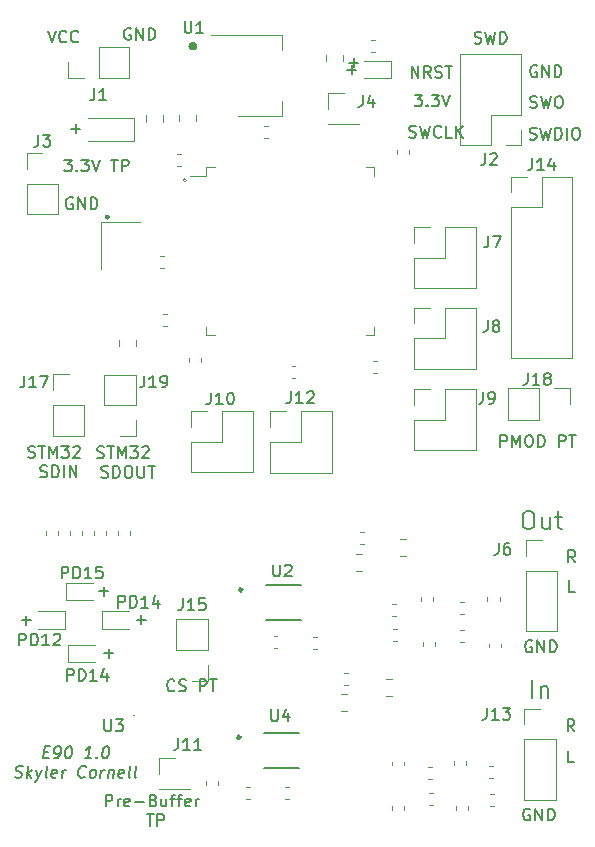
<source format=gbr>
%TF.GenerationSoftware,KiCad,Pcbnew,(5.1.5-0-10_14)*%
%TF.CreationDate,2021-01-02T15:40:46-05:00*%
%TF.ProjectId,E90,4539302e-6b69-4636-9164-5f7063625858,rev?*%
%TF.SameCoordinates,Original*%
%TF.FileFunction,Legend,Top*%
%TF.FilePolarity,Positive*%
%FSLAX46Y46*%
G04 Gerber Fmt 4.6, Leading zero omitted, Abs format (unit mm)*
G04 Created by KiCad (PCBNEW (5.1.5-0-10_14)) date 2021-01-02 15:40:46*
%MOMM*%
%LPD*%
G04 APERTURE LIST*
%ADD10C,0.150000*%
%ADD11C,0.120000*%
%ADD12C,0.800000*%
%ADD13C,0.400000*%
%ADD14C,0.200000*%
%ADD15C,0.300000*%
%ADD16C,0.127000*%
G04 APERTURE END LIST*
D10*
X79979047Y-54011428D02*
X80740952Y-54011428D01*
X80360000Y-54392380D02*
X80360000Y-53630476D01*
X54123395Y-112387571D02*
X54456729Y-112387571D01*
X54534110Y-112911380D02*
X54057919Y-112911380D01*
X54182919Y-111911380D01*
X54659110Y-111911380D01*
X55010300Y-112911380D02*
X55200776Y-112911380D01*
X55301967Y-112863761D01*
X55355538Y-112816142D01*
X55468633Y-112673285D01*
X55540062Y-112482809D01*
X55587681Y-112101857D01*
X55551967Y-112006619D01*
X55510300Y-111959000D01*
X55421014Y-111911380D01*
X55230538Y-111911380D01*
X55129348Y-111959000D01*
X55075776Y-112006619D01*
X55016252Y-112101857D01*
X54986491Y-112339952D01*
X55022205Y-112435190D01*
X55063872Y-112482809D01*
X55153157Y-112530428D01*
X55343633Y-112530428D01*
X55444824Y-112482809D01*
X55498395Y-112435190D01*
X55557919Y-112339952D01*
X56230538Y-111911380D02*
X56325776Y-111911380D01*
X56415062Y-111959000D01*
X56456729Y-112006619D01*
X56492443Y-112101857D01*
X56516252Y-112292333D01*
X56486491Y-112530428D01*
X56415062Y-112720904D01*
X56355538Y-112816142D01*
X56301967Y-112863761D01*
X56200776Y-112911380D01*
X56105538Y-112911380D01*
X56016252Y-112863761D01*
X55974586Y-112816142D01*
X55938872Y-112720904D01*
X55915062Y-112530428D01*
X55944824Y-112292333D01*
X56016252Y-112101857D01*
X56075776Y-112006619D01*
X56129348Y-111959000D01*
X56230538Y-111911380D01*
X58153157Y-112911380D02*
X57581729Y-112911380D01*
X57867443Y-112911380D02*
X57992443Y-111911380D01*
X57879348Y-112054238D01*
X57772205Y-112149476D01*
X57671014Y-112197095D01*
X58593633Y-112816142D02*
X58635300Y-112863761D01*
X58581729Y-112911380D01*
X58540062Y-112863761D01*
X58593633Y-112816142D01*
X58581729Y-112911380D01*
X59373395Y-111911380D02*
X59468633Y-111911380D01*
X59557919Y-111959000D01*
X59599586Y-112006619D01*
X59635300Y-112101857D01*
X59659110Y-112292333D01*
X59629348Y-112530428D01*
X59557919Y-112720904D01*
X59498395Y-112816142D01*
X59444824Y-112863761D01*
X59343633Y-112911380D01*
X59248395Y-112911380D01*
X59159110Y-112863761D01*
X59117443Y-112816142D01*
X59081729Y-112720904D01*
X59057919Y-112530428D01*
X59087681Y-112292333D01*
X59159110Y-112101857D01*
X59218633Y-112006619D01*
X59272205Y-111959000D01*
X59373395Y-111911380D01*
X51682919Y-114513761D02*
X51819824Y-114561380D01*
X52057919Y-114561380D01*
X52159110Y-114513761D01*
X52212681Y-114466142D01*
X52272205Y-114370904D01*
X52284110Y-114275666D01*
X52248395Y-114180428D01*
X52206729Y-114132809D01*
X52117443Y-114085190D01*
X51932919Y-114037571D01*
X51843633Y-113989952D01*
X51801967Y-113942333D01*
X51766252Y-113847095D01*
X51778157Y-113751857D01*
X51837681Y-113656619D01*
X51891252Y-113609000D01*
X51992443Y-113561380D01*
X52230538Y-113561380D01*
X52367443Y-113609000D01*
X52676967Y-114561380D02*
X52801967Y-113561380D01*
X52819824Y-114180428D02*
X53057919Y-114561380D01*
X53141252Y-113894714D02*
X52712681Y-114275666D01*
X53474586Y-113894714D02*
X53629348Y-114561380D01*
X53950776Y-113894714D02*
X53629348Y-114561380D01*
X53504348Y-114799476D01*
X53450776Y-114847095D01*
X53349586Y-114894714D01*
X54391252Y-114561380D02*
X54301967Y-114513761D01*
X54266252Y-114418523D01*
X54373395Y-113561380D01*
X55159110Y-114513761D02*
X55057919Y-114561380D01*
X54867443Y-114561380D01*
X54778157Y-114513761D01*
X54742443Y-114418523D01*
X54790062Y-114037571D01*
X54849586Y-113942333D01*
X54950776Y-113894714D01*
X55141252Y-113894714D01*
X55230538Y-113942333D01*
X55266252Y-114037571D01*
X55254348Y-114132809D01*
X54766252Y-114228047D01*
X55629348Y-114561380D02*
X55712681Y-113894714D01*
X55688872Y-114085190D02*
X55748395Y-113989952D01*
X55801967Y-113942333D01*
X55903157Y-113894714D01*
X55998395Y-113894714D01*
X57593633Y-114466142D02*
X57540062Y-114513761D01*
X57391252Y-114561380D01*
X57296014Y-114561380D01*
X57159110Y-114513761D01*
X57075776Y-114418523D01*
X57040062Y-114323285D01*
X57016252Y-114132809D01*
X57034110Y-113989952D01*
X57105538Y-113799476D01*
X57165062Y-113704238D01*
X57272205Y-113609000D01*
X57421014Y-113561380D01*
X57516252Y-113561380D01*
X57653157Y-113609000D01*
X57694824Y-113656619D01*
X58153157Y-114561380D02*
X58063872Y-114513761D01*
X58022205Y-114466142D01*
X57986491Y-114370904D01*
X58022205Y-114085190D01*
X58081729Y-113989952D01*
X58135300Y-113942333D01*
X58236491Y-113894714D01*
X58379348Y-113894714D01*
X58468633Y-113942333D01*
X58510300Y-113989952D01*
X58546014Y-114085190D01*
X58510300Y-114370904D01*
X58450776Y-114466142D01*
X58397205Y-114513761D01*
X58296014Y-114561380D01*
X58153157Y-114561380D01*
X58915062Y-114561380D02*
X58998395Y-113894714D01*
X58974586Y-114085190D02*
X59034110Y-113989952D01*
X59087681Y-113942333D01*
X59188872Y-113894714D01*
X59284110Y-113894714D01*
X59617443Y-113894714D02*
X59534110Y-114561380D01*
X59605538Y-113989952D02*
X59659110Y-113942333D01*
X59760300Y-113894714D01*
X59903157Y-113894714D01*
X59992443Y-113942333D01*
X60028157Y-114037571D01*
X59962681Y-114561380D01*
X60825776Y-114513761D02*
X60724586Y-114561380D01*
X60534110Y-114561380D01*
X60444824Y-114513761D01*
X60409110Y-114418523D01*
X60456729Y-114037571D01*
X60516252Y-113942333D01*
X60617443Y-113894714D01*
X60807919Y-113894714D01*
X60897205Y-113942333D01*
X60932919Y-114037571D01*
X60921014Y-114132809D01*
X60432919Y-114228047D01*
X61438872Y-114561380D02*
X61349586Y-114513761D01*
X61313872Y-114418523D01*
X61421014Y-113561380D01*
X61962681Y-114561380D02*
X61873395Y-114513761D01*
X61837681Y-114418523D01*
X61944824Y-113561380D01*
X59358095Y-116997380D02*
X59358095Y-115997380D01*
X59739047Y-115997380D01*
X59834285Y-116045000D01*
X59881904Y-116092619D01*
X59929523Y-116187857D01*
X59929523Y-116330714D01*
X59881904Y-116425952D01*
X59834285Y-116473571D01*
X59739047Y-116521190D01*
X59358095Y-116521190D01*
X60358095Y-116997380D02*
X60358095Y-116330714D01*
X60358095Y-116521190D02*
X60405714Y-116425952D01*
X60453333Y-116378333D01*
X60548571Y-116330714D01*
X60643809Y-116330714D01*
X61358095Y-116949761D02*
X61262857Y-116997380D01*
X61072380Y-116997380D01*
X60977142Y-116949761D01*
X60929523Y-116854523D01*
X60929523Y-116473571D01*
X60977142Y-116378333D01*
X61072380Y-116330714D01*
X61262857Y-116330714D01*
X61358095Y-116378333D01*
X61405714Y-116473571D01*
X61405714Y-116568809D01*
X60929523Y-116664047D01*
X61834285Y-116616428D02*
X62596190Y-116616428D01*
X63405714Y-116473571D02*
X63548571Y-116521190D01*
X63596190Y-116568809D01*
X63643809Y-116664047D01*
X63643809Y-116806904D01*
X63596190Y-116902142D01*
X63548571Y-116949761D01*
X63453333Y-116997380D01*
X63072380Y-116997380D01*
X63072380Y-115997380D01*
X63405714Y-115997380D01*
X63500952Y-116045000D01*
X63548571Y-116092619D01*
X63596190Y-116187857D01*
X63596190Y-116283095D01*
X63548571Y-116378333D01*
X63500952Y-116425952D01*
X63405714Y-116473571D01*
X63072380Y-116473571D01*
X64500952Y-116330714D02*
X64500952Y-116997380D01*
X64072380Y-116330714D02*
X64072380Y-116854523D01*
X64120000Y-116949761D01*
X64215238Y-116997380D01*
X64358095Y-116997380D01*
X64453333Y-116949761D01*
X64500952Y-116902142D01*
X64834285Y-116330714D02*
X65215238Y-116330714D01*
X64977142Y-116997380D02*
X64977142Y-116140238D01*
X65024761Y-116045000D01*
X65120000Y-115997380D01*
X65215238Y-115997380D01*
X65405714Y-116330714D02*
X65786666Y-116330714D01*
X65548571Y-116997380D02*
X65548571Y-116140238D01*
X65596190Y-116045000D01*
X65691428Y-115997380D01*
X65786666Y-115997380D01*
X66500952Y-116949761D02*
X66405714Y-116997380D01*
X66215238Y-116997380D01*
X66120000Y-116949761D01*
X66072380Y-116854523D01*
X66072380Y-116473571D01*
X66120000Y-116378333D01*
X66215238Y-116330714D01*
X66405714Y-116330714D01*
X66500952Y-116378333D01*
X66548571Y-116473571D01*
X66548571Y-116568809D01*
X66072380Y-116664047D01*
X66977142Y-116997380D02*
X66977142Y-116330714D01*
X66977142Y-116521190D02*
X67024761Y-116425952D01*
X67072380Y-116378333D01*
X67167619Y-116330714D01*
X67262857Y-116330714D01*
X62834285Y-117647380D02*
X63405714Y-117647380D01*
X63120000Y-118647380D02*
X63120000Y-117647380D01*
X63739047Y-118647380D02*
X63739047Y-117647380D01*
X64120000Y-117647380D01*
X64215238Y-117695000D01*
X64262857Y-117742619D01*
X64310476Y-117837857D01*
X64310476Y-117980714D01*
X64262857Y-118075952D01*
X64215238Y-118123571D01*
X64120000Y-118171190D01*
X63739047Y-118171190D01*
X58642571Y-87459761D02*
X58785428Y-87507380D01*
X59023523Y-87507380D01*
X59118761Y-87459761D01*
X59166380Y-87412142D01*
X59214000Y-87316904D01*
X59214000Y-87221666D01*
X59166380Y-87126428D01*
X59118761Y-87078809D01*
X59023523Y-87031190D01*
X58833047Y-86983571D01*
X58737809Y-86935952D01*
X58690190Y-86888333D01*
X58642571Y-86793095D01*
X58642571Y-86697857D01*
X58690190Y-86602619D01*
X58737809Y-86555000D01*
X58833047Y-86507380D01*
X59071142Y-86507380D01*
X59214000Y-86555000D01*
X59499714Y-86507380D02*
X60071142Y-86507380D01*
X59785428Y-87507380D02*
X59785428Y-86507380D01*
X60404476Y-87507380D02*
X60404476Y-86507380D01*
X60737809Y-87221666D01*
X61071142Y-86507380D01*
X61071142Y-87507380D01*
X61452095Y-86507380D02*
X62071142Y-86507380D01*
X61737809Y-86888333D01*
X61880666Y-86888333D01*
X61975904Y-86935952D01*
X62023523Y-86983571D01*
X62071142Y-87078809D01*
X62071142Y-87316904D01*
X62023523Y-87412142D01*
X61975904Y-87459761D01*
X61880666Y-87507380D01*
X61594952Y-87507380D01*
X61499714Y-87459761D01*
X61452095Y-87412142D01*
X62452095Y-86602619D02*
X62499714Y-86555000D01*
X62594952Y-86507380D01*
X62833047Y-86507380D01*
X62928285Y-86555000D01*
X62975904Y-86602619D01*
X63023523Y-86697857D01*
X63023523Y-86793095D01*
X62975904Y-86935952D01*
X62404476Y-87507380D01*
X63023523Y-87507380D01*
X58999714Y-89109761D02*
X59142571Y-89157380D01*
X59380666Y-89157380D01*
X59475904Y-89109761D01*
X59523523Y-89062142D01*
X59571142Y-88966904D01*
X59571142Y-88871666D01*
X59523523Y-88776428D01*
X59475904Y-88728809D01*
X59380666Y-88681190D01*
X59190190Y-88633571D01*
X59094952Y-88585952D01*
X59047333Y-88538333D01*
X58999714Y-88443095D01*
X58999714Y-88347857D01*
X59047333Y-88252619D01*
X59094952Y-88205000D01*
X59190190Y-88157380D01*
X59428285Y-88157380D01*
X59571142Y-88205000D01*
X59999714Y-89157380D02*
X59999714Y-88157380D01*
X60237809Y-88157380D01*
X60380666Y-88205000D01*
X60475904Y-88300238D01*
X60523523Y-88395476D01*
X60571142Y-88585952D01*
X60571142Y-88728809D01*
X60523523Y-88919285D01*
X60475904Y-89014523D01*
X60380666Y-89109761D01*
X60237809Y-89157380D01*
X59999714Y-89157380D01*
X61190190Y-88157380D02*
X61380666Y-88157380D01*
X61475904Y-88205000D01*
X61571142Y-88300238D01*
X61618761Y-88490714D01*
X61618761Y-88824047D01*
X61571142Y-89014523D01*
X61475904Y-89109761D01*
X61380666Y-89157380D01*
X61190190Y-89157380D01*
X61094952Y-89109761D01*
X60999714Y-89014523D01*
X60952095Y-88824047D01*
X60952095Y-88490714D01*
X60999714Y-88300238D01*
X61094952Y-88205000D01*
X61190190Y-88157380D01*
X62047333Y-88157380D02*
X62047333Y-88966904D01*
X62094952Y-89062142D01*
X62142571Y-89109761D01*
X62237809Y-89157380D01*
X62428285Y-89157380D01*
X62523523Y-89109761D01*
X62571142Y-89062142D01*
X62618761Y-88966904D01*
X62618761Y-88157380D01*
X62952095Y-88157380D02*
X63523523Y-88157380D01*
X63237809Y-89157380D02*
X63237809Y-88157380D01*
X52800571Y-87429761D02*
X52943428Y-87477380D01*
X53181523Y-87477380D01*
X53276761Y-87429761D01*
X53324380Y-87382142D01*
X53372000Y-87286904D01*
X53372000Y-87191666D01*
X53324380Y-87096428D01*
X53276761Y-87048809D01*
X53181523Y-87001190D01*
X52991047Y-86953571D01*
X52895809Y-86905952D01*
X52848190Y-86858333D01*
X52800571Y-86763095D01*
X52800571Y-86667857D01*
X52848190Y-86572619D01*
X52895809Y-86525000D01*
X52991047Y-86477380D01*
X53229142Y-86477380D01*
X53372000Y-86525000D01*
X53657714Y-86477380D02*
X54229142Y-86477380D01*
X53943428Y-87477380D02*
X53943428Y-86477380D01*
X54562476Y-87477380D02*
X54562476Y-86477380D01*
X54895809Y-87191666D01*
X55229142Y-86477380D01*
X55229142Y-87477380D01*
X55610095Y-86477380D02*
X56229142Y-86477380D01*
X55895809Y-86858333D01*
X56038666Y-86858333D01*
X56133904Y-86905952D01*
X56181523Y-86953571D01*
X56229142Y-87048809D01*
X56229142Y-87286904D01*
X56181523Y-87382142D01*
X56133904Y-87429761D01*
X56038666Y-87477380D01*
X55752952Y-87477380D01*
X55657714Y-87429761D01*
X55610095Y-87382142D01*
X56610095Y-86572619D02*
X56657714Y-86525000D01*
X56752952Y-86477380D01*
X56991047Y-86477380D01*
X57086285Y-86525000D01*
X57133904Y-86572619D01*
X57181523Y-86667857D01*
X57181523Y-86763095D01*
X57133904Y-86905952D01*
X56562476Y-87477380D01*
X57181523Y-87477380D01*
X53824380Y-89079761D02*
X53967238Y-89127380D01*
X54205333Y-89127380D01*
X54300571Y-89079761D01*
X54348190Y-89032142D01*
X54395809Y-88936904D01*
X54395809Y-88841666D01*
X54348190Y-88746428D01*
X54300571Y-88698809D01*
X54205333Y-88651190D01*
X54014857Y-88603571D01*
X53919619Y-88555952D01*
X53872000Y-88508333D01*
X53824380Y-88413095D01*
X53824380Y-88317857D01*
X53872000Y-88222619D01*
X53919619Y-88175000D01*
X54014857Y-88127380D01*
X54252952Y-88127380D01*
X54395809Y-88175000D01*
X54824380Y-89127380D02*
X54824380Y-88127380D01*
X55062476Y-88127380D01*
X55205333Y-88175000D01*
X55300571Y-88270238D01*
X55348190Y-88365476D01*
X55395809Y-88555952D01*
X55395809Y-88698809D01*
X55348190Y-88889285D01*
X55300571Y-88984523D01*
X55205333Y-89079761D01*
X55062476Y-89127380D01*
X54824380Y-89127380D01*
X55824380Y-89127380D02*
X55824380Y-88127380D01*
X56300571Y-89127380D02*
X56300571Y-88127380D01*
X56872000Y-89127380D01*
X56872000Y-88127380D01*
X56075714Y-106352380D02*
X56075714Y-105352380D01*
X56456666Y-105352380D01*
X56551904Y-105400000D01*
X56599523Y-105447619D01*
X56647142Y-105542857D01*
X56647142Y-105685714D01*
X56599523Y-105780952D01*
X56551904Y-105828571D01*
X56456666Y-105876190D01*
X56075714Y-105876190D01*
X57075714Y-106352380D02*
X57075714Y-105352380D01*
X57313809Y-105352380D01*
X57456666Y-105400000D01*
X57551904Y-105495238D01*
X57599523Y-105590476D01*
X57647142Y-105780952D01*
X57647142Y-105923809D01*
X57599523Y-106114285D01*
X57551904Y-106209523D01*
X57456666Y-106304761D01*
X57313809Y-106352380D01*
X57075714Y-106352380D01*
X58599523Y-106352380D02*
X58028095Y-106352380D01*
X58313809Y-106352380D02*
X58313809Y-105352380D01*
X58218571Y-105495238D01*
X58123333Y-105590476D01*
X58028095Y-105638095D01*
X59456666Y-105685714D02*
X59456666Y-106352380D01*
X59218571Y-105304761D02*
X58980476Y-106019047D01*
X59599523Y-106019047D01*
X60425714Y-100162380D02*
X60425714Y-99162380D01*
X60806666Y-99162380D01*
X60901904Y-99210000D01*
X60949523Y-99257619D01*
X60997142Y-99352857D01*
X60997142Y-99495714D01*
X60949523Y-99590952D01*
X60901904Y-99638571D01*
X60806666Y-99686190D01*
X60425714Y-99686190D01*
X61425714Y-100162380D02*
X61425714Y-99162380D01*
X61663809Y-99162380D01*
X61806666Y-99210000D01*
X61901904Y-99305238D01*
X61949523Y-99400476D01*
X61997142Y-99590952D01*
X61997142Y-99733809D01*
X61949523Y-99924285D01*
X61901904Y-100019523D01*
X61806666Y-100114761D01*
X61663809Y-100162380D01*
X61425714Y-100162380D01*
X62949523Y-100162380D02*
X62378095Y-100162380D01*
X62663809Y-100162380D02*
X62663809Y-99162380D01*
X62568571Y-99305238D01*
X62473333Y-99400476D01*
X62378095Y-99448095D01*
X63806666Y-99495714D02*
X63806666Y-100162380D01*
X63568571Y-99114761D02*
X63330476Y-99829047D01*
X63949523Y-99829047D01*
X52269047Y-101231428D02*
X53030952Y-101231428D01*
X52650000Y-101612380D02*
X52650000Y-100850476D01*
X59229047Y-104031428D02*
X59990952Y-104031428D01*
X59610000Y-104412380D02*
X59610000Y-103650476D01*
X61979047Y-101181428D02*
X62740952Y-101181428D01*
X62360000Y-101562380D02*
X62360000Y-100800476D01*
X58829047Y-98791428D02*
X59590952Y-98791428D01*
X59210000Y-99172380D02*
X59210000Y-98410476D01*
X79789047Y-54631428D02*
X80550952Y-54631428D01*
X80170000Y-55012380D02*
X80170000Y-54250476D01*
X56429047Y-59631428D02*
X57190952Y-59631428D01*
X56810000Y-60012380D02*
X56810000Y-59250476D01*
D11*
X66208661Y-63970000D02*
G75*
G03X66208661Y-63970000I-148661J0D01*
G01*
D12*
X66732000Y-52630000D02*
G75*
G03X66732000Y-52630000I-2000J0D01*
G01*
D13*
X59492000Y-67100000D02*
G75*
G03X59492000Y-67100000I-2000J0D01*
G01*
D10*
X55625714Y-97682380D02*
X55625714Y-96682380D01*
X56006666Y-96682380D01*
X56101904Y-96730000D01*
X56149523Y-96777619D01*
X56197142Y-96872857D01*
X56197142Y-97015714D01*
X56149523Y-97110952D01*
X56101904Y-97158571D01*
X56006666Y-97206190D01*
X55625714Y-97206190D01*
X56625714Y-97682380D02*
X56625714Y-96682380D01*
X56863809Y-96682380D01*
X57006666Y-96730000D01*
X57101904Y-96825238D01*
X57149523Y-96920476D01*
X57197142Y-97110952D01*
X57197142Y-97253809D01*
X57149523Y-97444285D01*
X57101904Y-97539523D01*
X57006666Y-97634761D01*
X56863809Y-97682380D01*
X56625714Y-97682380D01*
X58149523Y-97682380D02*
X57578095Y-97682380D01*
X57863809Y-97682380D02*
X57863809Y-96682380D01*
X57768571Y-96825238D01*
X57673333Y-96920476D01*
X57578095Y-96968095D01*
X59054285Y-96682380D02*
X58578095Y-96682380D01*
X58530476Y-97158571D01*
X58578095Y-97110952D01*
X58673333Y-97063333D01*
X58911428Y-97063333D01*
X59006666Y-97110952D01*
X59054285Y-97158571D01*
X59101904Y-97253809D01*
X59101904Y-97491904D01*
X59054285Y-97587142D01*
X59006666Y-97634761D01*
X58911428Y-97682380D01*
X58673333Y-97682380D01*
X58578095Y-97634761D01*
X58530476Y-97587142D01*
X52035714Y-103362380D02*
X52035714Y-102362380D01*
X52416666Y-102362380D01*
X52511904Y-102410000D01*
X52559523Y-102457619D01*
X52607142Y-102552857D01*
X52607142Y-102695714D01*
X52559523Y-102790952D01*
X52511904Y-102838571D01*
X52416666Y-102886190D01*
X52035714Y-102886190D01*
X53035714Y-103362380D02*
X53035714Y-102362380D01*
X53273809Y-102362380D01*
X53416666Y-102410000D01*
X53511904Y-102505238D01*
X53559523Y-102600476D01*
X53607142Y-102790952D01*
X53607142Y-102933809D01*
X53559523Y-103124285D01*
X53511904Y-103219523D01*
X53416666Y-103314761D01*
X53273809Y-103362380D01*
X53035714Y-103362380D01*
X54559523Y-103362380D02*
X53988095Y-103362380D01*
X54273809Y-103362380D02*
X54273809Y-102362380D01*
X54178571Y-102505238D01*
X54083333Y-102600476D01*
X53988095Y-102648095D01*
X54940476Y-102457619D02*
X54988095Y-102410000D01*
X55083333Y-102362380D01*
X55321428Y-102362380D01*
X55416666Y-102410000D01*
X55464285Y-102457619D01*
X55511904Y-102552857D01*
X55511904Y-102648095D01*
X55464285Y-102790952D01*
X54892857Y-103362380D01*
X55511904Y-103362380D01*
X95438095Y-102990000D02*
X95342857Y-102942380D01*
X95200000Y-102942380D01*
X95057142Y-102990000D01*
X94961904Y-103085238D01*
X94914285Y-103180476D01*
X94866666Y-103370952D01*
X94866666Y-103513809D01*
X94914285Y-103704285D01*
X94961904Y-103799523D01*
X95057142Y-103894761D01*
X95200000Y-103942380D01*
X95295238Y-103942380D01*
X95438095Y-103894761D01*
X95485714Y-103847142D01*
X95485714Y-103513809D01*
X95295238Y-103513809D01*
X95914285Y-103942380D02*
X95914285Y-102942380D01*
X96485714Y-103942380D01*
X96485714Y-102942380D01*
X96961904Y-103942380D02*
X96961904Y-102942380D01*
X97200000Y-102942380D01*
X97342857Y-102990000D01*
X97438095Y-103085238D01*
X97485714Y-103180476D01*
X97533333Y-103370952D01*
X97533333Y-103513809D01*
X97485714Y-103704285D01*
X97438095Y-103799523D01*
X97342857Y-103894761D01*
X97200000Y-103942380D01*
X96961904Y-103942380D01*
X95268095Y-117230000D02*
X95172857Y-117182380D01*
X95030000Y-117182380D01*
X94887142Y-117230000D01*
X94791904Y-117325238D01*
X94744285Y-117420476D01*
X94696666Y-117610952D01*
X94696666Y-117753809D01*
X94744285Y-117944285D01*
X94791904Y-118039523D01*
X94887142Y-118134761D01*
X95030000Y-118182380D01*
X95125238Y-118182380D01*
X95268095Y-118134761D01*
X95315714Y-118087142D01*
X95315714Y-117753809D01*
X95125238Y-117753809D01*
X95744285Y-118182380D02*
X95744285Y-117182380D01*
X96315714Y-118182380D01*
X96315714Y-117182380D01*
X96791904Y-118182380D02*
X96791904Y-117182380D01*
X97030000Y-117182380D01*
X97172857Y-117230000D01*
X97268095Y-117325238D01*
X97315714Y-117420476D01*
X97363333Y-117610952D01*
X97363333Y-117753809D01*
X97315714Y-117944285D01*
X97268095Y-118039523D01*
X97172857Y-118134761D01*
X97030000Y-118182380D01*
X96791904Y-118182380D01*
X56558095Y-65480000D02*
X56462857Y-65432380D01*
X56320000Y-65432380D01*
X56177142Y-65480000D01*
X56081904Y-65575238D01*
X56034285Y-65670476D01*
X55986666Y-65860952D01*
X55986666Y-66003809D01*
X56034285Y-66194285D01*
X56081904Y-66289523D01*
X56177142Y-66384761D01*
X56320000Y-66432380D01*
X56415238Y-66432380D01*
X56558095Y-66384761D01*
X56605714Y-66337142D01*
X56605714Y-66003809D01*
X56415238Y-66003809D01*
X57034285Y-66432380D02*
X57034285Y-65432380D01*
X57605714Y-66432380D01*
X57605714Y-65432380D01*
X58081904Y-66432380D02*
X58081904Y-65432380D01*
X58320000Y-65432380D01*
X58462857Y-65480000D01*
X58558095Y-65575238D01*
X58605714Y-65670476D01*
X58653333Y-65860952D01*
X58653333Y-66003809D01*
X58605714Y-66194285D01*
X58558095Y-66289523D01*
X58462857Y-66384761D01*
X58320000Y-66432380D01*
X58081904Y-66432380D01*
X55861904Y-62222380D02*
X56480952Y-62222380D01*
X56147619Y-62603333D01*
X56290476Y-62603333D01*
X56385714Y-62650952D01*
X56433333Y-62698571D01*
X56480952Y-62793809D01*
X56480952Y-63031904D01*
X56433333Y-63127142D01*
X56385714Y-63174761D01*
X56290476Y-63222380D01*
X56004761Y-63222380D01*
X55909523Y-63174761D01*
X55861904Y-63127142D01*
X56909523Y-63127142D02*
X56957142Y-63174761D01*
X56909523Y-63222380D01*
X56861904Y-63174761D01*
X56909523Y-63127142D01*
X56909523Y-63222380D01*
X57290476Y-62222380D02*
X57909523Y-62222380D01*
X57576190Y-62603333D01*
X57719047Y-62603333D01*
X57814285Y-62650952D01*
X57861904Y-62698571D01*
X57909523Y-62793809D01*
X57909523Y-63031904D01*
X57861904Y-63127142D01*
X57814285Y-63174761D01*
X57719047Y-63222380D01*
X57433333Y-63222380D01*
X57338095Y-63174761D01*
X57290476Y-63127142D01*
X58195238Y-62222380D02*
X58528571Y-63222380D01*
X58861904Y-62222380D01*
X59814285Y-62222380D02*
X60385714Y-62222380D01*
X60100000Y-63222380D02*
X60100000Y-62222380D01*
X60719047Y-63222380D02*
X60719047Y-62222380D01*
X61100000Y-62222380D01*
X61195238Y-62270000D01*
X61242857Y-62317619D01*
X61290476Y-62412857D01*
X61290476Y-62555714D01*
X61242857Y-62650952D01*
X61195238Y-62698571D01*
X61100000Y-62746190D01*
X60719047Y-62746190D01*
X61468095Y-51140000D02*
X61372857Y-51092380D01*
X61230000Y-51092380D01*
X61087142Y-51140000D01*
X60991904Y-51235238D01*
X60944285Y-51330476D01*
X60896666Y-51520952D01*
X60896666Y-51663809D01*
X60944285Y-51854285D01*
X60991904Y-51949523D01*
X61087142Y-52044761D01*
X61230000Y-52092380D01*
X61325238Y-52092380D01*
X61468095Y-52044761D01*
X61515714Y-51997142D01*
X61515714Y-51663809D01*
X61325238Y-51663809D01*
X61944285Y-52092380D02*
X61944285Y-51092380D01*
X62515714Y-52092380D01*
X62515714Y-51092380D01*
X62991904Y-52092380D02*
X62991904Y-51092380D01*
X63230000Y-51092380D01*
X63372857Y-51140000D01*
X63468095Y-51235238D01*
X63515714Y-51330476D01*
X63563333Y-51520952D01*
X63563333Y-51663809D01*
X63515714Y-51854285D01*
X63468095Y-51949523D01*
X63372857Y-52044761D01*
X63230000Y-52092380D01*
X62991904Y-52092380D01*
X54456666Y-51302380D02*
X54790000Y-52302380D01*
X55123333Y-51302380D01*
X56028095Y-52207142D02*
X55980476Y-52254761D01*
X55837619Y-52302380D01*
X55742380Y-52302380D01*
X55599523Y-52254761D01*
X55504285Y-52159523D01*
X55456666Y-52064285D01*
X55409047Y-51873809D01*
X55409047Y-51730952D01*
X55456666Y-51540476D01*
X55504285Y-51445238D01*
X55599523Y-51350000D01*
X55742380Y-51302380D01*
X55837619Y-51302380D01*
X55980476Y-51350000D01*
X56028095Y-51397619D01*
X57028095Y-52207142D02*
X56980476Y-52254761D01*
X56837619Y-52302380D01*
X56742380Y-52302380D01*
X56599523Y-52254761D01*
X56504285Y-52159523D01*
X56456666Y-52064285D01*
X56409047Y-51873809D01*
X56409047Y-51730952D01*
X56456666Y-51540476D01*
X56504285Y-51445238D01*
X56599523Y-51350000D01*
X56742380Y-51302380D01*
X56837619Y-51302380D01*
X56980476Y-51350000D01*
X57028095Y-51397619D01*
X98979523Y-113272380D02*
X98503333Y-113272380D01*
X98503333Y-112272380D01*
X99029523Y-110622380D02*
X98696190Y-110146190D01*
X98458095Y-110622380D02*
X98458095Y-109622380D01*
X98839047Y-109622380D01*
X98934285Y-109670000D01*
X98981904Y-109717619D01*
X99029523Y-109812857D01*
X99029523Y-109955714D01*
X98981904Y-110050952D01*
X98934285Y-110098571D01*
X98839047Y-110146190D01*
X98458095Y-110146190D01*
X99099523Y-98862380D02*
X98623333Y-98862380D01*
X98623333Y-97862380D01*
X99099523Y-96322380D02*
X98766190Y-95846190D01*
X98528095Y-96322380D02*
X98528095Y-95322380D01*
X98909047Y-95322380D01*
X99004285Y-95370000D01*
X99051904Y-95417619D01*
X99099523Y-95512857D01*
X99099523Y-95655714D01*
X99051904Y-95750952D01*
X99004285Y-95798571D01*
X98909047Y-95846190D01*
X98528095Y-95846190D01*
D14*
X95471428Y-107798571D02*
X95471428Y-106298571D01*
X96185714Y-106798571D02*
X96185714Y-107798571D01*
X96185714Y-106941428D02*
X96257142Y-106870000D01*
X96400000Y-106798571D01*
X96614285Y-106798571D01*
X96757142Y-106870000D01*
X96828571Y-107012857D01*
X96828571Y-107798571D01*
X95010000Y-92018571D02*
X95295714Y-92018571D01*
X95438571Y-92090000D01*
X95581428Y-92232857D01*
X95652857Y-92518571D01*
X95652857Y-93018571D01*
X95581428Y-93304285D01*
X95438571Y-93447142D01*
X95295714Y-93518571D01*
X95010000Y-93518571D01*
X94867142Y-93447142D01*
X94724285Y-93304285D01*
X94652857Y-93018571D01*
X94652857Y-92518571D01*
X94724285Y-92232857D01*
X94867142Y-92090000D01*
X95010000Y-92018571D01*
X96938571Y-92518571D02*
X96938571Y-93518571D01*
X96295714Y-92518571D02*
X96295714Y-93304285D01*
X96367142Y-93447142D01*
X96510000Y-93518571D01*
X96724285Y-93518571D01*
X96867142Y-93447142D01*
X96938571Y-93375714D01*
X97438571Y-92518571D02*
X98010000Y-92518571D01*
X97652857Y-92018571D02*
X97652857Y-93304285D01*
X97724285Y-93447142D01*
X97867142Y-93518571D01*
X98010000Y-93518571D01*
D10*
X65181428Y-107147142D02*
X65133809Y-107194761D01*
X64990952Y-107242380D01*
X64895714Y-107242380D01*
X64752857Y-107194761D01*
X64657619Y-107099523D01*
X64610000Y-107004285D01*
X64562380Y-106813809D01*
X64562380Y-106670952D01*
X64610000Y-106480476D01*
X64657619Y-106385238D01*
X64752857Y-106290000D01*
X64895714Y-106242380D01*
X64990952Y-106242380D01*
X65133809Y-106290000D01*
X65181428Y-106337619D01*
X65562380Y-107194761D02*
X65705238Y-107242380D01*
X65943333Y-107242380D01*
X66038571Y-107194761D01*
X66086190Y-107147142D01*
X66133809Y-107051904D01*
X66133809Y-106956666D01*
X66086190Y-106861428D01*
X66038571Y-106813809D01*
X65943333Y-106766190D01*
X65752857Y-106718571D01*
X65657619Y-106670952D01*
X65610000Y-106623333D01*
X65562380Y-106528095D01*
X65562380Y-106432857D01*
X65610000Y-106337619D01*
X65657619Y-106290000D01*
X65752857Y-106242380D01*
X65990952Y-106242380D01*
X66133809Y-106290000D01*
X67324285Y-107242380D02*
X67324285Y-106242380D01*
X67705238Y-106242380D01*
X67800476Y-106290000D01*
X67848095Y-106337619D01*
X67895714Y-106432857D01*
X67895714Y-106575714D01*
X67848095Y-106670952D01*
X67800476Y-106718571D01*
X67705238Y-106766190D01*
X67324285Y-106766190D01*
X68181428Y-106242380D02*
X68752857Y-106242380D01*
X68467142Y-107242380D02*
X68467142Y-106242380D01*
X92770952Y-86562380D02*
X92770952Y-85562380D01*
X93151904Y-85562380D01*
X93247142Y-85610000D01*
X93294761Y-85657619D01*
X93342380Y-85752857D01*
X93342380Y-85895714D01*
X93294761Y-85990952D01*
X93247142Y-86038571D01*
X93151904Y-86086190D01*
X92770952Y-86086190D01*
X93770952Y-86562380D02*
X93770952Y-85562380D01*
X94104285Y-86276666D01*
X94437619Y-85562380D01*
X94437619Y-86562380D01*
X95104285Y-85562380D02*
X95294761Y-85562380D01*
X95390000Y-85610000D01*
X95485238Y-85705238D01*
X95532857Y-85895714D01*
X95532857Y-86229047D01*
X95485238Y-86419523D01*
X95390000Y-86514761D01*
X95294761Y-86562380D01*
X95104285Y-86562380D01*
X95009047Y-86514761D01*
X94913809Y-86419523D01*
X94866190Y-86229047D01*
X94866190Y-85895714D01*
X94913809Y-85705238D01*
X95009047Y-85610000D01*
X95104285Y-85562380D01*
X95961428Y-86562380D02*
X95961428Y-85562380D01*
X96199523Y-85562380D01*
X96342380Y-85610000D01*
X96437619Y-85705238D01*
X96485238Y-85800476D01*
X96532857Y-85990952D01*
X96532857Y-86133809D01*
X96485238Y-86324285D01*
X96437619Y-86419523D01*
X96342380Y-86514761D01*
X96199523Y-86562380D01*
X95961428Y-86562380D01*
X97723333Y-86562380D02*
X97723333Y-85562380D01*
X98104285Y-85562380D01*
X98199523Y-85610000D01*
X98247142Y-85657619D01*
X98294761Y-85752857D01*
X98294761Y-85895714D01*
X98247142Y-85990952D01*
X98199523Y-86038571D01*
X98104285Y-86086190D01*
X97723333Y-86086190D01*
X98580476Y-85562380D02*
X99151904Y-85562380D01*
X98866190Y-86562380D02*
X98866190Y-85562380D01*
X90582857Y-52354761D02*
X90725714Y-52402380D01*
X90963809Y-52402380D01*
X91059047Y-52354761D01*
X91106666Y-52307142D01*
X91154285Y-52211904D01*
X91154285Y-52116666D01*
X91106666Y-52021428D01*
X91059047Y-51973809D01*
X90963809Y-51926190D01*
X90773333Y-51878571D01*
X90678095Y-51830952D01*
X90630476Y-51783333D01*
X90582857Y-51688095D01*
X90582857Y-51592857D01*
X90630476Y-51497619D01*
X90678095Y-51450000D01*
X90773333Y-51402380D01*
X91011428Y-51402380D01*
X91154285Y-51450000D01*
X91487619Y-51402380D02*
X91725714Y-52402380D01*
X91916190Y-51688095D01*
X92106666Y-52402380D01*
X92344761Y-51402380D01*
X92725714Y-52402380D02*
X92725714Y-51402380D01*
X92963809Y-51402380D01*
X93106666Y-51450000D01*
X93201904Y-51545238D01*
X93249523Y-51640476D01*
X93297142Y-51830952D01*
X93297142Y-51973809D01*
X93249523Y-52164285D01*
X93201904Y-52259523D01*
X93106666Y-52354761D01*
X92963809Y-52402380D01*
X92725714Y-52402380D01*
X85048095Y-60314761D02*
X85190952Y-60362380D01*
X85429047Y-60362380D01*
X85524285Y-60314761D01*
X85571904Y-60267142D01*
X85619523Y-60171904D01*
X85619523Y-60076666D01*
X85571904Y-59981428D01*
X85524285Y-59933809D01*
X85429047Y-59886190D01*
X85238571Y-59838571D01*
X85143333Y-59790952D01*
X85095714Y-59743333D01*
X85048095Y-59648095D01*
X85048095Y-59552857D01*
X85095714Y-59457619D01*
X85143333Y-59410000D01*
X85238571Y-59362380D01*
X85476666Y-59362380D01*
X85619523Y-59410000D01*
X85952857Y-59362380D02*
X86190952Y-60362380D01*
X86381428Y-59648095D01*
X86571904Y-60362380D01*
X86810000Y-59362380D01*
X87762380Y-60267142D02*
X87714761Y-60314761D01*
X87571904Y-60362380D01*
X87476666Y-60362380D01*
X87333809Y-60314761D01*
X87238571Y-60219523D01*
X87190952Y-60124285D01*
X87143333Y-59933809D01*
X87143333Y-59790952D01*
X87190952Y-59600476D01*
X87238571Y-59505238D01*
X87333809Y-59410000D01*
X87476666Y-59362380D01*
X87571904Y-59362380D01*
X87714761Y-59410000D01*
X87762380Y-59457619D01*
X88667142Y-60362380D02*
X88190952Y-60362380D01*
X88190952Y-59362380D01*
X89000476Y-60362380D02*
X89000476Y-59362380D01*
X89571904Y-60362380D02*
X89143333Y-59790952D01*
X89571904Y-59362380D02*
X89000476Y-59933809D01*
X85513809Y-56732380D02*
X86132857Y-56732380D01*
X85799523Y-57113333D01*
X85942380Y-57113333D01*
X86037619Y-57160952D01*
X86085238Y-57208571D01*
X86132857Y-57303809D01*
X86132857Y-57541904D01*
X86085238Y-57637142D01*
X86037619Y-57684761D01*
X85942380Y-57732380D01*
X85656666Y-57732380D01*
X85561428Y-57684761D01*
X85513809Y-57637142D01*
X86561428Y-57637142D02*
X86609047Y-57684761D01*
X86561428Y-57732380D01*
X86513809Y-57684761D01*
X86561428Y-57637142D01*
X86561428Y-57732380D01*
X86942380Y-56732380D02*
X87561428Y-56732380D01*
X87228095Y-57113333D01*
X87370952Y-57113333D01*
X87466190Y-57160952D01*
X87513809Y-57208571D01*
X87561428Y-57303809D01*
X87561428Y-57541904D01*
X87513809Y-57637142D01*
X87466190Y-57684761D01*
X87370952Y-57732380D01*
X87085238Y-57732380D01*
X86990000Y-57684761D01*
X86942380Y-57637142D01*
X87847142Y-56732380D02*
X88180476Y-57732380D01*
X88513809Y-56732380D01*
X85257142Y-55312380D02*
X85257142Y-54312380D01*
X85828571Y-55312380D01*
X85828571Y-54312380D01*
X86876190Y-55312380D02*
X86542857Y-54836190D01*
X86304761Y-55312380D02*
X86304761Y-54312380D01*
X86685714Y-54312380D01*
X86780952Y-54360000D01*
X86828571Y-54407619D01*
X86876190Y-54502857D01*
X86876190Y-54645714D01*
X86828571Y-54740952D01*
X86780952Y-54788571D01*
X86685714Y-54836190D01*
X86304761Y-54836190D01*
X87257142Y-55264761D02*
X87400000Y-55312380D01*
X87638095Y-55312380D01*
X87733333Y-55264761D01*
X87780952Y-55217142D01*
X87828571Y-55121904D01*
X87828571Y-55026666D01*
X87780952Y-54931428D01*
X87733333Y-54883809D01*
X87638095Y-54836190D01*
X87447619Y-54788571D01*
X87352380Y-54740952D01*
X87304761Y-54693333D01*
X87257142Y-54598095D01*
X87257142Y-54502857D01*
X87304761Y-54407619D01*
X87352380Y-54360000D01*
X87447619Y-54312380D01*
X87685714Y-54312380D01*
X87828571Y-54360000D01*
X88114285Y-54312380D02*
X88685714Y-54312380D01*
X88400000Y-55312380D02*
X88400000Y-54312380D01*
X95260952Y-60484761D02*
X95403809Y-60532380D01*
X95641904Y-60532380D01*
X95737142Y-60484761D01*
X95784761Y-60437142D01*
X95832380Y-60341904D01*
X95832380Y-60246666D01*
X95784761Y-60151428D01*
X95737142Y-60103809D01*
X95641904Y-60056190D01*
X95451428Y-60008571D01*
X95356190Y-59960952D01*
X95308571Y-59913333D01*
X95260952Y-59818095D01*
X95260952Y-59722857D01*
X95308571Y-59627619D01*
X95356190Y-59580000D01*
X95451428Y-59532380D01*
X95689523Y-59532380D01*
X95832380Y-59580000D01*
X96165714Y-59532380D02*
X96403809Y-60532380D01*
X96594285Y-59818095D01*
X96784761Y-60532380D01*
X97022857Y-59532380D01*
X97403809Y-60532380D02*
X97403809Y-59532380D01*
X97641904Y-59532380D01*
X97784761Y-59580000D01*
X97880000Y-59675238D01*
X97927619Y-59770476D01*
X97975238Y-59960952D01*
X97975238Y-60103809D01*
X97927619Y-60294285D01*
X97880000Y-60389523D01*
X97784761Y-60484761D01*
X97641904Y-60532380D01*
X97403809Y-60532380D01*
X98403809Y-60532380D02*
X98403809Y-59532380D01*
X99070476Y-59532380D02*
X99260952Y-59532380D01*
X99356190Y-59580000D01*
X99451428Y-59675238D01*
X99499047Y-59865714D01*
X99499047Y-60199047D01*
X99451428Y-60389523D01*
X99356190Y-60484761D01*
X99260952Y-60532380D01*
X99070476Y-60532380D01*
X98975238Y-60484761D01*
X98880000Y-60389523D01*
X98832380Y-60199047D01*
X98832380Y-59865714D01*
X98880000Y-59675238D01*
X98975238Y-59580000D01*
X99070476Y-59532380D01*
X95848095Y-54300000D02*
X95752857Y-54252380D01*
X95610000Y-54252380D01*
X95467142Y-54300000D01*
X95371904Y-54395238D01*
X95324285Y-54490476D01*
X95276666Y-54680952D01*
X95276666Y-54823809D01*
X95324285Y-55014285D01*
X95371904Y-55109523D01*
X95467142Y-55204761D01*
X95610000Y-55252380D01*
X95705238Y-55252380D01*
X95848095Y-55204761D01*
X95895714Y-55157142D01*
X95895714Y-54823809D01*
X95705238Y-54823809D01*
X96324285Y-55252380D02*
X96324285Y-54252380D01*
X96895714Y-55252380D01*
X96895714Y-54252380D01*
X97371904Y-55252380D02*
X97371904Y-54252380D01*
X97610000Y-54252380D01*
X97752857Y-54300000D01*
X97848095Y-54395238D01*
X97895714Y-54490476D01*
X97943333Y-54680952D01*
X97943333Y-54823809D01*
X97895714Y-55014285D01*
X97848095Y-55109523D01*
X97752857Y-55204761D01*
X97610000Y-55252380D01*
X97371904Y-55252380D01*
X95289047Y-57804761D02*
X95431904Y-57852380D01*
X95670000Y-57852380D01*
X95765238Y-57804761D01*
X95812857Y-57757142D01*
X95860476Y-57661904D01*
X95860476Y-57566666D01*
X95812857Y-57471428D01*
X95765238Y-57423809D01*
X95670000Y-57376190D01*
X95479523Y-57328571D01*
X95384285Y-57280952D01*
X95336666Y-57233333D01*
X95289047Y-57138095D01*
X95289047Y-57042857D01*
X95336666Y-56947619D01*
X95384285Y-56900000D01*
X95479523Y-56852380D01*
X95717619Y-56852380D01*
X95860476Y-56900000D01*
X96193809Y-56852380D02*
X96431904Y-57852380D01*
X96622380Y-57138095D01*
X96812857Y-57852380D01*
X97050952Y-56852380D01*
X97622380Y-56852380D02*
X97812857Y-56852380D01*
X97908095Y-56900000D01*
X98003333Y-56995238D01*
X98050952Y-57185714D01*
X98050952Y-57519047D01*
X98003333Y-57709523D01*
X97908095Y-57804761D01*
X97812857Y-57852380D01*
X97622380Y-57852380D01*
X97527142Y-57804761D01*
X97431904Y-57709523D01*
X97384285Y-57519047D01*
X97384285Y-57185714D01*
X97431904Y-56995238D01*
X97527142Y-56900000D01*
X97622380Y-56852380D01*
D11*
%TO.C,U3*%
X61770940Y-109281420D02*
G75*
G03X61770940Y-109281420I-60960J0D01*
G01*
%TO.C,R20*%
X75425279Y-80750000D02*
X75099721Y-80750000D01*
X75425279Y-79730000D02*
X75099721Y-79730000D01*
%TO.C,J11*%
X63860000Y-112900000D02*
X65190000Y-112900000D01*
X63860000Y-114230000D02*
X63860000Y-112900000D01*
X63860000Y-115500000D02*
X66520000Y-115500000D01*
X66520000Y-115500000D02*
X66520000Y-115560000D01*
X63860000Y-115500000D02*
X63860000Y-115560000D01*
X63860000Y-115560000D02*
X66520000Y-115560000D01*
%TO.C,U5*%
X81410000Y-77110000D02*
X82110000Y-77110000D01*
X82110000Y-77110000D02*
X82110000Y-76410000D01*
X68590000Y-77110000D02*
X67890000Y-77110000D01*
X67890000Y-77110000D02*
X67890000Y-76410000D01*
X81410000Y-62890000D02*
X82110000Y-62890000D01*
X82110000Y-62890000D02*
X82110000Y-63590000D01*
X68590000Y-62890000D02*
X67890000Y-62890000D01*
X67890000Y-62890000D02*
X67890000Y-63590000D01*
X67890000Y-63590000D02*
X66525000Y-63590000D01*
%TO.C,C1*%
X65584000Y-58415422D02*
X65584000Y-58932578D01*
X67004000Y-58415422D02*
X67004000Y-58932578D01*
%TO.C,C2*%
X78030000Y-53852578D02*
X78030000Y-53335422D01*
X79450000Y-53852578D02*
X79450000Y-53335422D01*
%TO.C,C4*%
X80919721Y-93730000D02*
X81245279Y-93730000D01*
X80919721Y-94750000D02*
X81245279Y-94750000D01*
%TO.C,C6*%
X83954779Y-99858000D02*
X83629221Y-99858000D01*
X83954779Y-100878000D02*
X83629221Y-100878000D01*
%TO.C,C7*%
X84022779Y-102978000D02*
X83697221Y-102978000D01*
X84022779Y-101958000D02*
X83697221Y-101958000D01*
%TO.C,C9*%
X73577221Y-103600000D02*
X73902779Y-103600000D01*
X73577221Y-102580000D02*
X73902779Y-102580000D01*
%TO.C,C10*%
X77230279Y-103640000D02*
X76904721Y-103640000D01*
X77230279Y-102620000D02*
X76904721Y-102620000D01*
%TO.C,C11*%
X91682000Y-99305221D02*
X91682000Y-99630779D01*
X92702000Y-99305221D02*
X92702000Y-99630779D01*
%TO.C,C12*%
X92802000Y-103530779D02*
X92802000Y-103205221D01*
X91782000Y-103530779D02*
X91782000Y-103205221D01*
%TO.C,C15*%
X65694779Y-61720000D02*
X65369221Y-61720000D01*
X65694779Y-62740000D02*
X65369221Y-62740000D01*
%TO.C,C24*%
X79567721Y-106682000D02*
X79893279Y-106682000D01*
X79567721Y-105662000D02*
X79893279Y-105662000D01*
%TO.C,C27*%
X82024721Y-79315000D02*
X82350279Y-79315000D01*
X82024721Y-80335000D02*
X82350279Y-80335000D01*
%TO.C,C28*%
X84000000Y-61772779D02*
X84000000Y-61447221D01*
X85020000Y-61772779D02*
X85020000Y-61447221D01*
%TO.C,C29*%
X64572779Y-76360000D02*
X64247221Y-76360000D01*
X64572779Y-75340000D02*
X64247221Y-75340000D01*
%TO.C,C31*%
X86954779Y-114658000D02*
X86629221Y-114658000D01*
X86954779Y-113638000D02*
X86629221Y-113638000D01*
%TO.C,C32*%
X87042279Y-116858000D02*
X86716721Y-116858000D01*
X87042279Y-115838000D02*
X86716721Y-115838000D01*
%TO.C,C34*%
X74838779Y-116359500D02*
X74513221Y-116359500D01*
X74838779Y-115339500D02*
X74513221Y-115339500D01*
%TO.C,C35*%
X71536779Y-115314000D02*
X71211221Y-115314000D01*
X71536779Y-116334000D02*
X71211221Y-116334000D01*
%TO.C,C36*%
X83582000Y-116972721D02*
X83582000Y-117298279D01*
X84602000Y-116972721D02*
X84602000Y-117298279D01*
%TO.C,C37*%
X84602000Y-113523279D02*
X84602000Y-113197721D01*
X83582000Y-113523279D02*
X83582000Y-113197721D01*
%TO.C,D1*%
X61750000Y-60690000D02*
X61750000Y-58690000D01*
X61750000Y-58690000D02*
X57850000Y-58690000D01*
X61750000Y-60690000D02*
X57850000Y-60690000D01*
%TO.C,D2*%
X81216500Y-55345000D02*
X83501500Y-55345000D01*
X83501500Y-55345000D02*
X83501500Y-53875000D01*
X83501500Y-53875000D02*
X81216500Y-53875000D01*
%TO.C,D3*%
X55875000Y-100485000D02*
X53590000Y-100485000D01*
X55875000Y-101955000D02*
X55875000Y-100485000D01*
X53590000Y-101955000D02*
X55875000Y-101955000D01*
%TO.C,D4*%
X58454000Y-103325000D02*
X56169000Y-103325000D01*
X56169000Y-103325000D02*
X56169000Y-104795000D01*
X56169000Y-104795000D02*
X58454000Y-104795000D01*
%TO.C,D5*%
X59005000Y-101955000D02*
X61290000Y-101955000D01*
X59005000Y-100485000D02*
X59005000Y-101955000D01*
X61290000Y-100485000D02*
X59005000Y-100485000D01*
%TO.C,D6*%
X58298000Y-98067000D02*
X56013000Y-98067000D01*
X56013000Y-98067000D02*
X56013000Y-99537000D01*
X56013000Y-99537000D02*
X58298000Y-99537000D01*
%TO.C,FB1*%
X64210000Y-58493922D02*
X64210000Y-59011078D01*
X62790000Y-58493922D02*
X62790000Y-59011078D01*
%TO.C,FB2*%
X80563922Y-97020000D02*
X81081078Y-97020000D01*
X80563922Y-95600000D02*
X81081078Y-95600000D01*
%TO.C,FB3*%
X60465000Y-78046078D02*
X60465000Y-77528922D01*
X61885000Y-78046078D02*
X61885000Y-77528922D01*
%TO.C,FB4*%
X79243422Y-108914000D02*
X79760578Y-108914000D01*
X79243422Y-107494000D02*
X79760578Y-107494000D01*
%TO.C,HSE1*%
X62260000Y-67510000D02*
X58960000Y-67510000D01*
X58960000Y-67510000D02*
X58960000Y-71510000D01*
%TO.C,J1*%
X61370000Y-55330000D02*
X61370000Y-52670000D01*
X58770000Y-55330000D02*
X61370000Y-55330000D01*
X58770000Y-52670000D02*
X61370000Y-52670000D01*
X58770000Y-55330000D02*
X58770000Y-52670000D01*
X57500000Y-55330000D02*
X56170000Y-55330000D01*
X56170000Y-55330000D02*
X56170000Y-54000000D01*
%TO.C,J2*%
X94548000Y-53280000D02*
X89348000Y-53280000D01*
X94548000Y-58420000D02*
X94548000Y-53280000D01*
X89348000Y-61020000D02*
X89348000Y-53280000D01*
X94548000Y-58420000D02*
X91948000Y-58420000D01*
X91948000Y-58420000D02*
X91948000Y-61020000D01*
X91948000Y-61020000D02*
X89348000Y-61020000D01*
X94548000Y-59690000D02*
X94548000Y-61020000D01*
X94548000Y-61020000D02*
X93218000Y-61020000D01*
%TO.C,J3*%
X52670000Y-61670000D02*
X54000000Y-61670000D01*
X52670000Y-63000000D02*
X52670000Y-61670000D01*
X52670000Y-64270000D02*
X55330000Y-64270000D01*
X55330000Y-64270000D02*
X55330000Y-66870000D01*
X52670000Y-64270000D02*
X52670000Y-66870000D01*
X52670000Y-66870000D02*
X55330000Y-66870000D01*
%TO.C,J4*%
X78172000Y-59242000D02*
X80832000Y-59242000D01*
X78172000Y-59182000D02*
X78172000Y-59242000D01*
X80832000Y-59182000D02*
X80832000Y-59242000D01*
X78172000Y-59182000D02*
X80832000Y-59182000D01*
X78172000Y-57912000D02*
X78172000Y-56582000D01*
X78172000Y-56582000D02*
X79502000Y-56582000D01*
%TO.C,J6*%
X94936000Y-94428000D02*
X96266000Y-94428000D01*
X94936000Y-95758000D02*
X94936000Y-94428000D01*
X94936000Y-97028000D02*
X97596000Y-97028000D01*
X97596000Y-97028000D02*
X97596000Y-102168000D01*
X94936000Y-97028000D02*
X94936000Y-102168000D01*
X94936000Y-102168000D02*
X97596000Y-102168000D01*
%TO.C,J7*%
X85490000Y-73130000D02*
X90690000Y-73130000D01*
X85490000Y-70530000D02*
X85490000Y-73130000D01*
X90690000Y-67930000D02*
X90690000Y-73130000D01*
X85490000Y-70530000D02*
X88090000Y-70530000D01*
X88090000Y-70530000D02*
X88090000Y-67930000D01*
X88090000Y-67930000D02*
X90690000Y-67930000D01*
X85490000Y-69260000D02*
X85490000Y-67930000D01*
X85490000Y-67930000D02*
X86820000Y-67930000D01*
%TO.C,J8*%
X85470000Y-79970000D02*
X90670000Y-79970000D01*
X85470000Y-77370000D02*
X85470000Y-79970000D01*
X90670000Y-74770000D02*
X90670000Y-79970000D01*
X85470000Y-77370000D02*
X88070000Y-77370000D01*
X88070000Y-77370000D02*
X88070000Y-74770000D01*
X88070000Y-74770000D02*
X90670000Y-74770000D01*
X85470000Y-76100000D02*
X85470000Y-74770000D01*
X85470000Y-74770000D02*
X86800000Y-74770000D01*
%TO.C,J9*%
X85470000Y-81640000D02*
X86800000Y-81640000D01*
X85470000Y-82970000D02*
X85470000Y-81640000D01*
X88070000Y-81640000D02*
X90670000Y-81640000D01*
X88070000Y-84240000D02*
X88070000Y-81640000D01*
X85470000Y-84240000D02*
X88070000Y-84240000D01*
X90670000Y-81640000D02*
X90670000Y-86840000D01*
X85470000Y-84240000D02*
X85470000Y-86840000D01*
X85470000Y-86840000D02*
X90670000Y-86840000D01*
%TO.C,J10*%
X66620000Y-88710000D02*
X71820000Y-88710000D01*
X66620000Y-86110000D02*
X66620000Y-88710000D01*
X71820000Y-83510000D02*
X71820000Y-88710000D01*
X66620000Y-86110000D02*
X69220000Y-86110000D01*
X69220000Y-86110000D02*
X69220000Y-83510000D01*
X69220000Y-83510000D02*
X71820000Y-83510000D01*
X66620000Y-84840000D02*
X66620000Y-83510000D01*
X66620000Y-83510000D02*
X67950000Y-83510000D01*
%TO.C,J13*%
X94808000Y-116456000D02*
X97468000Y-116456000D01*
X94808000Y-111316000D02*
X94808000Y-116456000D01*
X97468000Y-111316000D02*
X97468000Y-116456000D01*
X94808000Y-111316000D02*
X97468000Y-111316000D01*
X94808000Y-110046000D02*
X94808000Y-108716000D01*
X94808000Y-108716000D02*
X96138000Y-108716000D01*
%TO.C,J14*%
X93670000Y-79030000D02*
X98870000Y-79030000D01*
X93670000Y-66270000D02*
X93670000Y-79030000D01*
X98870000Y-63670000D02*
X98870000Y-79030000D01*
X93670000Y-66270000D02*
X96270000Y-66270000D01*
X96270000Y-66270000D02*
X96270000Y-63670000D01*
X96270000Y-63670000D02*
X98870000Y-63670000D01*
X93670000Y-65000000D02*
X93670000Y-63670000D01*
X93670000Y-63670000D02*
X95000000Y-63670000D01*
%TO.C,J15*%
X67980000Y-101150000D02*
X65320000Y-101150000D01*
X67980000Y-103750000D02*
X67980000Y-101150000D01*
X65320000Y-103750000D02*
X65320000Y-101150000D01*
X67980000Y-103750000D02*
X65320000Y-103750000D01*
X67980000Y-105020000D02*
X67980000Y-106350000D01*
X67980000Y-106350000D02*
X66650000Y-106350000D01*
%TO.C,J17*%
X54895000Y-80420000D02*
X56225000Y-80420000D01*
X54895000Y-81750000D02*
X54895000Y-80420000D01*
X54895000Y-83020000D02*
X57555000Y-83020000D01*
X57555000Y-83020000D02*
X57555000Y-85620000D01*
X54895000Y-83020000D02*
X54895000Y-85620000D01*
X54895000Y-85620000D02*
X57555000Y-85620000D01*
%TO.C,J18*%
X93460000Y-81610000D02*
X93460000Y-84270000D01*
X96060000Y-81610000D02*
X93460000Y-81610000D01*
X96060000Y-84270000D02*
X93460000Y-84270000D01*
X96060000Y-81610000D02*
X96060000Y-84270000D01*
X97330000Y-81610000D02*
X98660000Y-81610000D01*
X98660000Y-81610000D02*
X98660000Y-82940000D01*
%TO.C,J19*%
X61905000Y-80430000D02*
X59245000Y-80430000D01*
X61905000Y-83030000D02*
X61905000Y-80430000D01*
X59245000Y-83030000D02*
X59245000Y-80430000D01*
X61905000Y-83030000D02*
X59245000Y-83030000D01*
X61905000Y-84300000D02*
X61905000Y-85630000D01*
X61905000Y-85630000D02*
X60575000Y-85630000D01*
%TO.C,R1*%
X82179279Y-52068000D02*
X81853721Y-52068000D01*
X82179279Y-53088000D02*
X81853721Y-53088000D01*
%TO.C,R2*%
X84791078Y-95800000D02*
X84273922Y-95800000D01*
X84791078Y-94380000D02*
X84273922Y-94380000D01*
%TO.C,R3*%
X89329221Y-99658000D02*
X89654779Y-99658000D01*
X89329221Y-100678000D02*
X89654779Y-100678000D01*
%TO.C,R4*%
X89329221Y-103078000D02*
X89654779Y-103078000D01*
X89329221Y-102058000D02*
X89654779Y-102058000D01*
%TO.C,R5*%
X87102000Y-99305221D02*
X87102000Y-99630779D01*
X86082000Y-99305221D02*
X86082000Y-99630779D01*
%TO.C,R6*%
X87202000Y-103418279D02*
X87202000Y-103092721D01*
X86182000Y-103418279D02*
X86182000Y-103092721D01*
%TO.C,R7*%
X83570578Y-106224000D02*
X83053422Y-106224000D01*
X83570578Y-107644000D02*
X83053422Y-107644000D01*
%TO.C,R8*%
X66390000Y-79392779D02*
X66390000Y-79067221D01*
X67410000Y-79392779D02*
X67410000Y-79067221D01*
%TO.C,R9*%
X92154779Y-113538000D02*
X91829221Y-113538000D01*
X92154779Y-114558000D02*
X91829221Y-114558000D01*
%TO.C,R10*%
X68840000Y-115180279D02*
X68840000Y-114854721D01*
X67820000Y-115180279D02*
X67820000Y-114854721D01*
%TO.C,R11*%
X92254779Y-116958000D02*
X91929221Y-116958000D01*
X92254779Y-115938000D02*
X91929221Y-115938000D01*
%TO.C,R12*%
X89902000Y-113185221D02*
X89902000Y-113510779D01*
X88882000Y-113185221D02*
X88882000Y-113510779D01*
%TO.C,R13*%
X90002000Y-117298279D02*
X90002000Y-116972721D01*
X88982000Y-117298279D02*
X88982000Y-116972721D01*
%TO.C,R14*%
X63934721Y-71370000D02*
X64260279Y-71370000D01*
X63934721Y-70350000D02*
X64260279Y-70350000D01*
%TO.C,R15*%
X61422000Y-93649221D02*
X61422000Y-93974779D01*
X60402000Y-93649221D02*
X60402000Y-93974779D01*
%TO.C,R16*%
X59390000Y-93649221D02*
X59390000Y-93974779D01*
X58370000Y-93649221D02*
X58370000Y-93974779D01*
%TO.C,R17*%
X57358000Y-93974779D02*
X57358000Y-93649221D01*
X56338000Y-93974779D02*
X56338000Y-93649221D01*
%TO.C,R18*%
X54306000Y-93649221D02*
X54306000Y-93974779D01*
X55326000Y-93649221D02*
X55326000Y-93974779D01*
%TO.C,R19*%
X73110279Y-60390000D02*
X72784721Y-60390000D01*
X73110279Y-59370000D02*
X72784721Y-59370000D01*
%TO.C,U1*%
X74300000Y-58528000D02*
X74300000Y-57268000D01*
X74300000Y-51708000D02*
X74300000Y-52968000D01*
X70540000Y-58528000D02*
X74300000Y-58528000D01*
X68290000Y-51708000D02*
X74300000Y-51708000D01*
D15*
%TO.C,U2*%
X70892000Y-98644000D02*
G75*
G03X70892000Y-98644000I-100000J0D01*
G01*
D16*
X75892000Y-101244000D02*
X72892000Y-101244000D01*
X72892000Y-98244000D02*
X75892000Y-98244000D01*
%TO.C,U4*%
X72738000Y-110746000D02*
X75738000Y-110746000D01*
X75738000Y-113746000D02*
X72738000Y-113746000D01*
D15*
X70738000Y-111146000D02*
G75*
G03X70738000Y-111146000I-100000J0D01*
G01*
D11*
%TO.C,J12*%
X73280000Y-88740000D02*
X78480000Y-88740000D01*
X73280000Y-86140000D02*
X73280000Y-88740000D01*
X78480000Y-83540000D02*
X78480000Y-88740000D01*
X73280000Y-86140000D02*
X75880000Y-86140000D01*
X75880000Y-86140000D02*
X75880000Y-83540000D01*
X75880000Y-83540000D02*
X78480000Y-83540000D01*
X73280000Y-84870000D02*
X73280000Y-83540000D01*
X73280000Y-83540000D02*
X74610000Y-83540000D01*
%TO.C,U3*%
D10*
X59248095Y-109622380D02*
X59248095Y-110431904D01*
X59295714Y-110527142D01*
X59343333Y-110574761D01*
X59438571Y-110622380D01*
X59629047Y-110622380D01*
X59724285Y-110574761D01*
X59771904Y-110527142D01*
X59819523Y-110431904D01*
X59819523Y-109622380D01*
X60200476Y-109622380D02*
X60819523Y-109622380D01*
X60486190Y-110003333D01*
X60629047Y-110003333D01*
X60724285Y-110050952D01*
X60771904Y-110098571D01*
X60819523Y-110193809D01*
X60819523Y-110431904D01*
X60771904Y-110527142D01*
X60724285Y-110574761D01*
X60629047Y-110622380D01*
X60343333Y-110622380D01*
X60248095Y-110574761D01*
X60200476Y-110527142D01*
%TO.C,J11*%
X65484476Y-111212380D02*
X65484476Y-111926666D01*
X65436857Y-112069523D01*
X65341619Y-112164761D01*
X65198761Y-112212380D01*
X65103523Y-112212380D01*
X66484476Y-112212380D02*
X65913047Y-112212380D01*
X66198761Y-112212380D02*
X66198761Y-111212380D01*
X66103523Y-111355238D01*
X66008285Y-111450476D01*
X65913047Y-111498095D01*
X67436857Y-112212380D02*
X66865428Y-112212380D01*
X67151142Y-112212380D02*
X67151142Y-111212380D01*
X67055904Y-111355238D01*
X66960666Y-111450476D01*
X66865428Y-111498095D01*
%TO.C,J1*%
X58396666Y-56202380D02*
X58396666Y-56916666D01*
X58349047Y-57059523D01*
X58253809Y-57154761D01*
X58110952Y-57202380D01*
X58015714Y-57202380D01*
X59396666Y-57202380D02*
X58825238Y-57202380D01*
X59110952Y-57202380D02*
X59110952Y-56202380D01*
X59015714Y-56345238D01*
X58920476Y-56440476D01*
X58825238Y-56488095D01*
%TO.C,J2*%
X91486666Y-61702380D02*
X91486666Y-62416666D01*
X91439047Y-62559523D01*
X91343809Y-62654761D01*
X91200952Y-62702380D01*
X91105714Y-62702380D01*
X91915238Y-61797619D02*
X91962857Y-61750000D01*
X92058095Y-61702380D01*
X92296190Y-61702380D01*
X92391428Y-61750000D01*
X92439047Y-61797619D01*
X92486666Y-61892857D01*
X92486666Y-61988095D01*
X92439047Y-62130952D01*
X91867619Y-62702380D01*
X92486666Y-62702380D01*
%TO.C,J3*%
X53666666Y-60122380D02*
X53666666Y-60836666D01*
X53619047Y-60979523D01*
X53523809Y-61074761D01*
X53380952Y-61122380D01*
X53285714Y-61122380D01*
X54047619Y-60122380D02*
X54666666Y-60122380D01*
X54333333Y-60503333D01*
X54476190Y-60503333D01*
X54571428Y-60550952D01*
X54619047Y-60598571D01*
X54666666Y-60693809D01*
X54666666Y-60931904D01*
X54619047Y-61027142D01*
X54571428Y-61074761D01*
X54476190Y-61122380D01*
X54190476Y-61122380D01*
X54095238Y-61074761D01*
X54047619Y-61027142D01*
%TO.C,J4*%
X81106666Y-56772380D02*
X81106666Y-57486666D01*
X81059047Y-57629523D01*
X80963809Y-57724761D01*
X80820952Y-57772380D01*
X80725714Y-57772380D01*
X82011428Y-57105714D02*
X82011428Y-57772380D01*
X81773333Y-56724761D02*
X81535238Y-57439047D01*
X82154285Y-57439047D01*
%TO.C,J6*%
X92626666Y-94682380D02*
X92626666Y-95396666D01*
X92579047Y-95539523D01*
X92483809Y-95634761D01*
X92340952Y-95682380D01*
X92245714Y-95682380D01*
X93531428Y-94682380D02*
X93340952Y-94682380D01*
X93245714Y-94730000D01*
X93198095Y-94777619D01*
X93102857Y-94920476D01*
X93055238Y-95110952D01*
X93055238Y-95491904D01*
X93102857Y-95587142D01*
X93150476Y-95634761D01*
X93245714Y-95682380D01*
X93436190Y-95682380D01*
X93531428Y-95634761D01*
X93579047Y-95587142D01*
X93626666Y-95491904D01*
X93626666Y-95253809D01*
X93579047Y-95158571D01*
X93531428Y-95110952D01*
X93436190Y-95063333D01*
X93245714Y-95063333D01*
X93150476Y-95110952D01*
X93102857Y-95158571D01*
X93055238Y-95253809D01*
%TO.C,J7*%
X91746666Y-68672380D02*
X91746666Y-69386666D01*
X91699047Y-69529523D01*
X91603809Y-69624761D01*
X91460952Y-69672380D01*
X91365714Y-69672380D01*
X92127619Y-68672380D02*
X92794285Y-68672380D01*
X92365714Y-69672380D01*
%TO.C,J8*%
X91686666Y-75822380D02*
X91686666Y-76536666D01*
X91639047Y-76679523D01*
X91543809Y-76774761D01*
X91400952Y-76822380D01*
X91305714Y-76822380D01*
X92305714Y-76250952D02*
X92210476Y-76203333D01*
X92162857Y-76155714D01*
X92115238Y-76060476D01*
X92115238Y-76012857D01*
X92162857Y-75917619D01*
X92210476Y-75870000D01*
X92305714Y-75822380D01*
X92496190Y-75822380D01*
X92591428Y-75870000D01*
X92639047Y-75917619D01*
X92686666Y-76012857D01*
X92686666Y-76060476D01*
X92639047Y-76155714D01*
X92591428Y-76203333D01*
X92496190Y-76250952D01*
X92305714Y-76250952D01*
X92210476Y-76298571D01*
X92162857Y-76346190D01*
X92115238Y-76441428D01*
X92115238Y-76631904D01*
X92162857Y-76727142D01*
X92210476Y-76774761D01*
X92305714Y-76822380D01*
X92496190Y-76822380D01*
X92591428Y-76774761D01*
X92639047Y-76727142D01*
X92686666Y-76631904D01*
X92686666Y-76441428D01*
X92639047Y-76346190D01*
X92591428Y-76298571D01*
X92496190Y-76250952D01*
%TO.C,J9*%
X91306666Y-81902380D02*
X91306666Y-82616666D01*
X91259047Y-82759523D01*
X91163809Y-82854761D01*
X91020952Y-82902380D01*
X90925714Y-82902380D01*
X91830476Y-82902380D02*
X92020952Y-82902380D01*
X92116190Y-82854761D01*
X92163809Y-82807142D01*
X92259047Y-82664285D01*
X92306666Y-82473809D01*
X92306666Y-82092857D01*
X92259047Y-81997619D01*
X92211428Y-81950000D01*
X92116190Y-81902380D01*
X91925714Y-81902380D01*
X91830476Y-81950000D01*
X91782857Y-81997619D01*
X91735238Y-82092857D01*
X91735238Y-82330952D01*
X91782857Y-82426190D01*
X91830476Y-82473809D01*
X91925714Y-82521428D01*
X92116190Y-82521428D01*
X92211428Y-82473809D01*
X92259047Y-82426190D01*
X92306666Y-82330952D01*
%TO.C,J10*%
X68260476Y-81962380D02*
X68260476Y-82676666D01*
X68212857Y-82819523D01*
X68117619Y-82914761D01*
X67974761Y-82962380D01*
X67879523Y-82962380D01*
X69260476Y-82962380D02*
X68689047Y-82962380D01*
X68974761Y-82962380D02*
X68974761Y-81962380D01*
X68879523Y-82105238D01*
X68784285Y-82200476D01*
X68689047Y-82248095D01*
X69879523Y-81962380D02*
X69974761Y-81962380D01*
X70070000Y-82010000D01*
X70117619Y-82057619D01*
X70165238Y-82152857D01*
X70212857Y-82343333D01*
X70212857Y-82581428D01*
X70165238Y-82771904D01*
X70117619Y-82867142D01*
X70070000Y-82914761D01*
X69974761Y-82962380D01*
X69879523Y-82962380D01*
X69784285Y-82914761D01*
X69736666Y-82867142D01*
X69689047Y-82771904D01*
X69641428Y-82581428D01*
X69641428Y-82343333D01*
X69689047Y-82152857D01*
X69736666Y-82057619D01*
X69784285Y-82010000D01*
X69879523Y-81962380D01*
%TO.C,J13*%
X91620476Y-108652380D02*
X91620476Y-109366666D01*
X91572857Y-109509523D01*
X91477619Y-109604761D01*
X91334761Y-109652380D01*
X91239523Y-109652380D01*
X92620476Y-109652380D02*
X92049047Y-109652380D01*
X92334761Y-109652380D02*
X92334761Y-108652380D01*
X92239523Y-108795238D01*
X92144285Y-108890476D01*
X92049047Y-108938095D01*
X92953809Y-108652380D02*
X93572857Y-108652380D01*
X93239523Y-109033333D01*
X93382380Y-109033333D01*
X93477619Y-109080952D01*
X93525238Y-109128571D01*
X93572857Y-109223809D01*
X93572857Y-109461904D01*
X93525238Y-109557142D01*
X93477619Y-109604761D01*
X93382380Y-109652380D01*
X93096666Y-109652380D01*
X93001428Y-109604761D01*
X92953809Y-109557142D01*
%TO.C,J14*%
X95460476Y-62122380D02*
X95460476Y-62836666D01*
X95412857Y-62979523D01*
X95317619Y-63074761D01*
X95174761Y-63122380D01*
X95079523Y-63122380D01*
X96460476Y-63122380D02*
X95889047Y-63122380D01*
X96174761Y-63122380D02*
X96174761Y-62122380D01*
X96079523Y-62265238D01*
X95984285Y-62360476D01*
X95889047Y-62408095D01*
X97317619Y-62455714D02*
X97317619Y-63122380D01*
X97079523Y-62074761D02*
X96841428Y-62789047D01*
X97460476Y-62789047D01*
%TO.C,J15*%
X65860476Y-99372380D02*
X65860476Y-100086666D01*
X65812857Y-100229523D01*
X65717619Y-100324761D01*
X65574761Y-100372380D01*
X65479523Y-100372380D01*
X66860476Y-100372380D02*
X66289047Y-100372380D01*
X66574761Y-100372380D02*
X66574761Y-99372380D01*
X66479523Y-99515238D01*
X66384285Y-99610476D01*
X66289047Y-99658095D01*
X67765238Y-99372380D02*
X67289047Y-99372380D01*
X67241428Y-99848571D01*
X67289047Y-99800952D01*
X67384285Y-99753333D01*
X67622380Y-99753333D01*
X67717619Y-99800952D01*
X67765238Y-99848571D01*
X67812857Y-99943809D01*
X67812857Y-100181904D01*
X67765238Y-100277142D01*
X67717619Y-100324761D01*
X67622380Y-100372380D01*
X67384285Y-100372380D01*
X67289047Y-100324761D01*
X67241428Y-100277142D01*
%TO.C,J17*%
X52470476Y-80512380D02*
X52470476Y-81226666D01*
X52422857Y-81369523D01*
X52327619Y-81464761D01*
X52184761Y-81512380D01*
X52089523Y-81512380D01*
X53470476Y-81512380D02*
X52899047Y-81512380D01*
X53184761Y-81512380D02*
X53184761Y-80512380D01*
X53089523Y-80655238D01*
X52994285Y-80750476D01*
X52899047Y-80798095D01*
X53803809Y-80512380D02*
X54470476Y-80512380D01*
X54041904Y-81512380D01*
%TO.C,J18*%
X95080476Y-80302380D02*
X95080476Y-81016666D01*
X95032857Y-81159523D01*
X94937619Y-81254761D01*
X94794761Y-81302380D01*
X94699523Y-81302380D01*
X96080476Y-81302380D02*
X95509047Y-81302380D01*
X95794761Y-81302380D02*
X95794761Y-80302380D01*
X95699523Y-80445238D01*
X95604285Y-80540476D01*
X95509047Y-80588095D01*
X96651904Y-80730952D02*
X96556666Y-80683333D01*
X96509047Y-80635714D01*
X96461428Y-80540476D01*
X96461428Y-80492857D01*
X96509047Y-80397619D01*
X96556666Y-80350000D01*
X96651904Y-80302380D01*
X96842380Y-80302380D01*
X96937619Y-80350000D01*
X96985238Y-80397619D01*
X97032857Y-80492857D01*
X97032857Y-80540476D01*
X96985238Y-80635714D01*
X96937619Y-80683333D01*
X96842380Y-80730952D01*
X96651904Y-80730952D01*
X96556666Y-80778571D01*
X96509047Y-80826190D01*
X96461428Y-80921428D01*
X96461428Y-81111904D01*
X96509047Y-81207142D01*
X96556666Y-81254761D01*
X96651904Y-81302380D01*
X96842380Y-81302380D01*
X96937619Y-81254761D01*
X96985238Y-81207142D01*
X97032857Y-81111904D01*
X97032857Y-80921428D01*
X96985238Y-80826190D01*
X96937619Y-80778571D01*
X96842380Y-80730952D01*
%TO.C,J19*%
X62610476Y-80512380D02*
X62610476Y-81226666D01*
X62562857Y-81369523D01*
X62467619Y-81464761D01*
X62324761Y-81512380D01*
X62229523Y-81512380D01*
X63610476Y-81512380D02*
X63039047Y-81512380D01*
X63324761Y-81512380D02*
X63324761Y-80512380D01*
X63229523Y-80655238D01*
X63134285Y-80750476D01*
X63039047Y-80798095D01*
X64086666Y-81512380D02*
X64277142Y-81512380D01*
X64372380Y-81464761D01*
X64420000Y-81417142D01*
X64515238Y-81274285D01*
X64562857Y-81083809D01*
X64562857Y-80702857D01*
X64515238Y-80607619D01*
X64467619Y-80560000D01*
X64372380Y-80512380D01*
X64181904Y-80512380D01*
X64086666Y-80560000D01*
X64039047Y-80607619D01*
X63991428Y-80702857D01*
X63991428Y-80940952D01*
X64039047Y-81036190D01*
X64086666Y-81083809D01*
X64181904Y-81131428D01*
X64372380Y-81131428D01*
X64467619Y-81083809D01*
X64515238Y-81036190D01*
X64562857Y-80940952D01*
%TO.C,U1*%
X66040095Y-50506380D02*
X66040095Y-51315904D01*
X66087714Y-51411142D01*
X66135333Y-51458761D01*
X66230571Y-51506380D01*
X66421047Y-51506380D01*
X66516285Y-51458761D01*
X66563904Y-51411142D01*
X66611523Y-51315904D01*
X66611523Y-50506380D01*
X67611523Y-51506380D02*
X67040095Y-51506380D01*
X67325809Y-51506380D02*
X67325809Y-50506380D01*
X67230571Y-50649238D01*
X67135333Y-50744476D01*
X67040095Y-50792095D01*
%TO.C,U2*%
X73518095Y-96522380D02*
X73518095Y-97331904D01*
X73565714Y-97427142D01*
X73613333Y-97474761D01*
X73708571Y-97522380D01*
X73899047Y-97522380D01*
X73994285Y-97474761D01*
X74041904Y-97427142D01*
X74089523Y-97331904D01*
X74089523Y-96522380D01*
X74518095Y-96617619D02*
X74565714Y-96570000D01*
X74660952Y-96522380D01*
X74899047Y-96522380D01*
X74994285Y-96570000D01*
X75041904Y-96617619D01*
X75089523Y-96712857D01*
X75089523Y-96808095D01*
X75041904Y-96950952D01*
X74470476Y-97522380D01*
X75089523Y-97522380D01*
%TO.C,U4*%
X73349095Y-108777380D02*
X73349095Y-109586904D01*
X73396714Y-109682142D01*
X73444333Y-109729761D01*
X73539571Y-109777380D01*
X73730047Y-109777380D01*
X73825285Y-109729761D01*
X73872904Y-109682142D01*
X73920523Y-109586904D01*
X73920523Y-108777380D01*
X74825285Y-109110714D02*
X74825285Y-109777380D01*
X74587190Y-108729761D02*
X74349095Y-109444047D01*
X74968142Y-109444047D01*
%TO.C,J12*%
X75040476Y-81862380D02*
X75040476Y-82576666D01*
X74992857Y-82719523D01*
X74897619Y-82814761D01*
X74754761Y-82862380D01*
X74659523Y-82862380D01*
X76040476Y-82862380D02*
X75469047Y-82862380D01*
X75754761Y-82862380D02*
X75754761Y-81862380D01*
X75659523Y-82005238D01*
X75564285Y-82100476D01*
X75469047Y-82148095D01*
X76421428Y-81957619D02*
X76469047Y-81910000D01*
X76564285Y-81862380D01*
X76802380Y-81862380D01*
X76897619Y-81910000D01*
X76945238Y-81957619D01*
X76992857Y-82052857D01*
X76992857Y-82148095D01*
X76945238Y-82290952D01*
X76373809Y-82862380D01*
X76992857Y-82862380D01*
%TD*%
M02*

</source>
